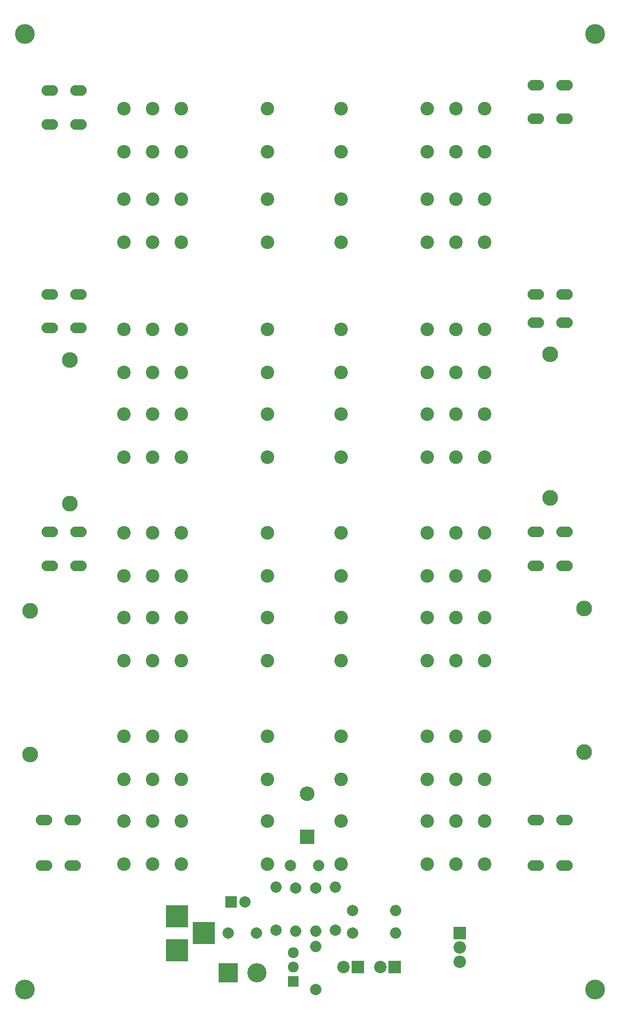
<source format=gbr>
G04 #@! TF.FileFunction,Soldermask,Top*
%FSLAX46Y46*%
G04 Gerber Fmt 4.6, Leading zero omitted, Abs format (unit mm)*
G04 Created by KiCad (PCBNEW 4.0.7) date 10/31/20 15:44:31*
%MOMM*%
%LPD*%
G01*
G04 APERTURE LIST*
%ADD10C,0.100000*%
%ADD11C,2.400000*%
%ADD12R,2.000000X2.000000*%
%ADD13C,2.000000*%
%ADD14R,2.200000X2.200000*%
%ADD15C,2.200000*%
%ADD16R,2.600000X2.600000*%
%ADD17O,2.600000X2.600000*%
%ADD18R,3.400000X3.400000*%
%ADD19C,3.400000*%
%ADD20R,3.900000X3.900000*%
%ADD21O,2.900000X1.900000*%
%ADD22C,1.920000*%
%ADD23R,1.920000X1.920000*%
%ADD24O,2.200000X2.200000*%
%ADD25O,2.000000X2.000000*%
%ADD26C,2.800000*%
%ADD27O,2.800000X2.800000*%
%ADD28C,3.500000*%
G04 APERTURE END LIST*
D10*
D11*
X78000000Y-45200000D03*
X93240000Y-45200000D03*
X103400000Y-45200000D03*
X98320000Y-45200000D03*
X78000000Y-52800000D03*
X98320000Y-52800000D03*
X93240000Y-52800000D03*
X103400000Y-52800000D03*
D12*
X58500000Y-169500000D03*
D13*
X61000000Y-169500000D03*
X58000000Y-175000000D03*
X63000000Y-175000000D03*
X74000000Y-163000000D03*
X69000000Y-163000000D03*
D14*
X81000000Y-181000000D03*
D15*
X78460000Y-181000000D03*
D16*
X72000000Y-158000000D03*
D17*
X72000000Y-150380000D03*
D14*
X87500000Y-181000000D03*
D15*
X84960000Y-181000000D03*
D18*
X58000000Y-182000000D03*
D19*
X63080000Y-182000000D03*
D20*
X49000000Y-172000000D03*
X49000000Y-178000000D03*
X53700000Y-175000000D03*
D21*
X25460000Y-163000000D03*
X30540000Y-163000000D03*
X25460000Y-155000000D03*
X30540000Y-155000000D03*
X112460000Y-163000000D03*
X117540000Y-163000000D03*
X112460000Y-155000000D03*
X117540000Y-155000000D03*
X26460000Y-26000000D03*
X31540000Y-26000000D03*
X26460000Y-32000000D03*
X31540000Y-32000000D03*
X112460000Y-25000000D03*
X117540000Y-25000000D03*
X112460000Y-31000000D03*
X117540000Y-31000000D03*
X26460000Y-62000000D03*
X31540000Y-62000000D03*
X26460000Y-68000000D03*
X31540000Y-68000000D03*
X112460000Y-62000000D03*
X117540000Y-62000000D03*
X112460000Y-67000000D03*
X117540000Y-67000000D03*
X26460000Y-110000000D03*
X31540000Y-110000000D03*
X26460000Y-104000000D03*
X31540000Y-104000000D03*
X112460000Y-110000000D03*
X117540000Y-110000000D03*
X112460000Y-104000000D03*
X117540000Y-104000000D03*
D22*
X69500000Y-180960000D03*
X69500000Y-178420000D03*
D23*
X69500000Y-183500000D03*
D14*
X99000000Y-175000000D03*
D24*
X99000000Y-177540000D03*
X99000000Y-180080000D03*
D13*
X73500000Y-185000000D03*
D25*
X73500000Y-177380000D03*
D13*
X66500000Y-174500000D03*
D25*
X66500000Y-166880000D03*
D13*
X73500000Y-167000000D03*
D25*
X73500000Y-174620000D03*
D13*
X77000000Y-174500000D03*
D25*
X77000000Y-166880000D03*
D13*
X70000000Y-167000000D03*
D25*
X70000000Y-174620000D03*
D13*
X80000000Y-171000000D03*
D25*
X87620000Y-171000000D03*
D13*
X80000000Y-175000000D03*
D25*
X87620000Y-175000000D03*
D26*
X30000000Y-99000000D03*
D27*
X30000000Y-73600000D03*
D26*
X115000000Y-98000000D03*
D27*
X115000000Y-72600000D03*
D26*
X23000000Y-118000000D03*
D27*
X23000000Y-143400000D03*
D26*
X121000000Y-143000000D03*
D27*
X121000000Y-117600000D03*
D11*
X65000000Y-162800000D03*
X49760000Y-162800000D03*
X39600000Y-162800000D03*
X44680000Y-162800000D03*
X65000000Y-155200000D03*
X44680000Y-155200000D03*
X49760000Y-155200000D03*
X39600000Y-155200000D03*
X65000000Y-147800000D03*
X49760000Y-147800000D03*
X39600000Y-147800000D03*
X44680000Y-147800000D03*
X65000000Y-140200000D03*
X44680000Y-140200000D03*
X49760000Y-140200000D03*
X39600000Y-140200000D03*
X65000000Y-126800000D03*
X49760000Y-126800000D03*
X39600000Y-126800000D03*
X44680000Y-126800000D03*
X65000000Y-119200000D03*
X44680000Y-119200000D03*
X49760000Y-119200000D03*
X39600000Y-119200000D03*
X65000000Y-111800000D03*
X49760000Y-111800000D03*
X39600000Y-111800000D03*
X44680000Y-111800000D03*
X65000000Y-104200000D03*
X44680000Y-104200000D03*
X49760000Y-104200000D03*
X39600000Y-104200000D03*
X78000000Y-155200000D03*
X93240000Y-155200000D03*
X103400000Y-155200000D03*
X98320000Y-155200000D03*
X78000000Y-162800000D03*
X98320000Y-162800000D03*
X93240000Y-162800000D03*
X103400000Y-162800000D03*
X78000000Y-140200000D03*
X93240000Y-140200000D03*
X103400000Y-140200000D03*
X98320000Y-140200000D03*
X78000000Y-147800000D03*
X98320000Y-147800000D03*
X93240000Y-147800000D03*
X103400000Y-147800000D03*
X78000000Y-119200000D03*
X93240000Y-119200000D03*
X103400000Y-119200000D03*
X98320000Y-119200000D03*
X78000000Y-126800000D03*
X98320000Y-126800000D03*
X93240000Y-126800000D03*
X103400000Y-126800000D03*
X78000000Y-104200000D03*
X93240000Y-104200000D03*
X103400000Y-104200000D03*
X98320000Y-104200000D03*
X78000000Y-111800000D03*
X98320000Y-111800000D03*
X93240000Y-111800000D03*
X103400000Y-111800000D03*
X65000000Y-36800000D03*
X49760000Y-36800000D03*
X39600000Y-36800000D03*
X44680000Y-36800000D03*
X65000000Y-29200000D03*
X44680000Y-29200000D03*
X49760000Y-29200000D03*
X39600000Y-29200000D03*
X65000000Y-52800000D03*
X49760000Y-52800000D03*
X39600000Y-52800000D03*
X44680000Y-52800000D03*
X65000000Y-45200000D03*
X44680000Y-45200000D03*
X49760000Y-45200000D03*
X39600000Y-45200000D03*
X65000000Y-75800000D03*
X49760000Y-75800000D03*
X39600000Y-75800000D03*
X44680000Y-75800000D03*
X65000000Y-68200000D03*
X44680000Y-68200000D03*
X49760000Y-68200000D03*
X39600000Y-68200000D03*
X65000000Y-90800000D03*
X49760000Y-90800000D03*
X39600000Y-90800000D03*
X44680000Y-90800000D03*
X65000000Y-83200000D03*
X44680000Y-83200000D03*
X49760000Y-83200000D03*
X39600000Y-83200000D03*
X78000000Y-29200000D03*
X93240000Y-29200000D03*
X103400000Y-29200000D03*
X98320000Y-29200000D03*
X78000000Y-36800000D03*
X98320000Y-36800000D03*
X93240000Y-36800000D03*
X103400000Y-36800000D03*
X78000000Y-68200000D03*
X93240000Y-68200000D03*
X103400000Y-68200000D03*
X98320000Y-68200000D03*
X78000000Y-75800000D03*
X98320000Y-75800000D03*
X93240000Y-75800000D03*
X103400000Y-75800000D03*
X78000000Y-83200000D03*
X93240000Y-83200000D03*
X103400000Y-83200000D03*
X98320000Y-83200000D03*
X78000000Y-90800000D03*
X98320000Y-90800000D03*
X93240000Y-90800000D03*
X103400000Y-90800000D03*
D28*
X123000000Y-185000000D03*
X22000000Y-185000000D03*
X123000000Y-16000000D03*
X22000000Y-16000000D03*
M02*

</source>
